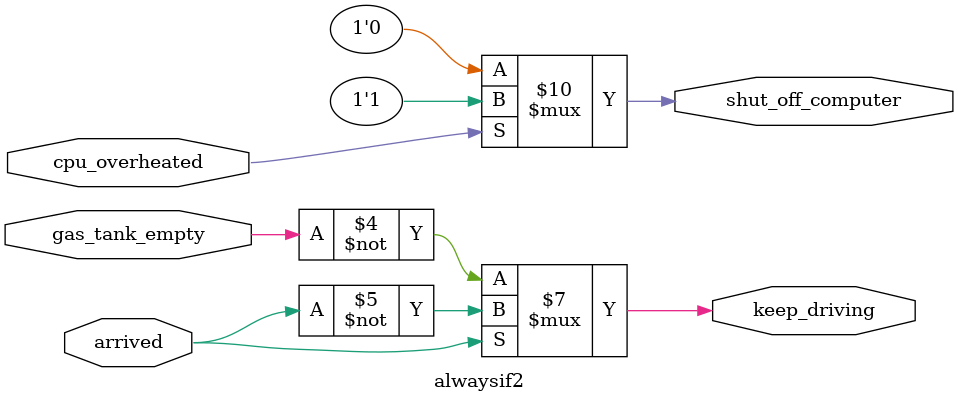
<source format=v>
module alwaysif2(
    input      cpu_overheated,
    output reg shut_off_computer,
    input      arrived,
    input      gas_tank_empty,
    output reg keep_driving  ); //

    always @(*) begin
        if (cpu_overheated)
        begin
           shut_off_computer = 1;
    end
    else begin 
         shut_off_computer =0;
    end
    end

    always @(*) begin
        if (~arrived)
        begin
           keep_driving = ~gas_tank_empty;
        end
    else begin
         keep_driving= ~arrived;
    end
    end

endmodule
</source>
